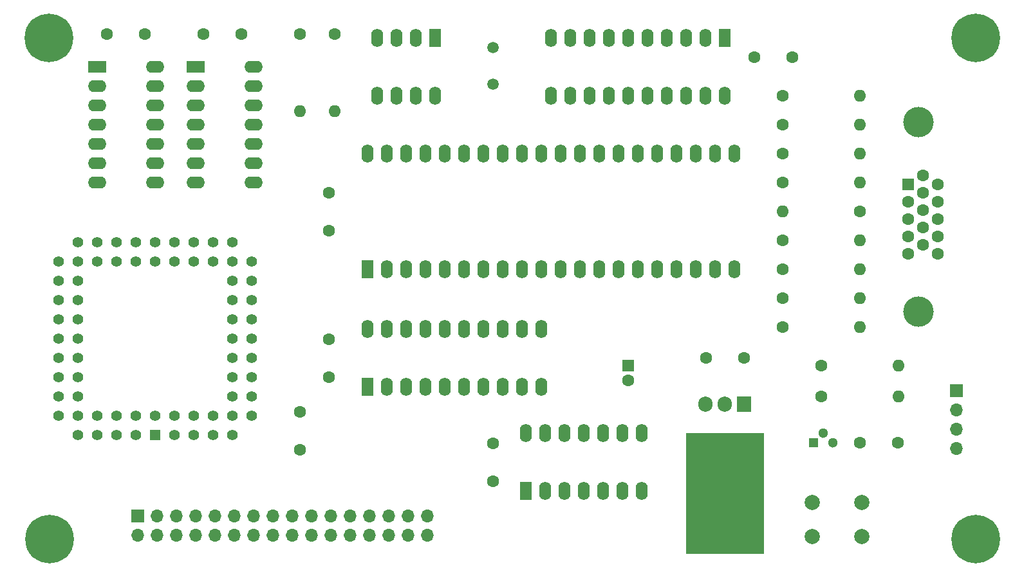
<source format=gts>
G04 #@! TF.GenerationSoftware,KiCad,Pcbnew,(6.0.1)*
G04 #@! TF.CreationDate,2022-02-26T16:04:48+01:00*
G04 #@! TF.ProjectId,6502-vga,36353032-2d76-4676-912e-6b696361645f,rev?*
G04 #@! TF.SameCoordinates,Original*
G04 #@! TF.FileFunction,Soldermask,Top*
G04 #@! TF.FilePolarity,Negative*
%FSLAX46Y46*%
G04 Gerber Fmt 4.6, Leading zero omitted, Abs format (unit mm)*
G04 Created by KiCad (PCBNEW (6.0.1)) date 2022-02-26 16:04:48*
%MOMM*%
%LPD*%
G01*
G04 APERTURE LIST*
%ADD10C,0.100000*%
%ADD11C,1.600000*%
%ADD12R,1.700000X1.700000*%
%ADD13O,1.700000X1.700000*%
%ADD14C,4.000000*%
%ADD15R,1.600000X1.600000*%
%ADD16R,1.300000X1.300000*%
%ADD17C,1.300000*%
%ADD18O,1.600000X1.600000*%
%ADD19R,1.422400X1.422400*%
%ADD20C,1.422400*%
%ADD21R,1.600000X2.400000*%
%ADD22O,1.600000X2.400000*%
%ADD23R,2.400000X1.600000*%
%ADD24O,2.400000X1.600000*%
%ADD25C,1.500000*%
%ADD26C,0.800000*%
%ADD27C,6.400000*%
%ADD28C,2.000000*%
%ADD29O,3.500000X3.500000*%
%ADD30R,1.905000X2.000000*%
%ADD31O,1.905000X2.000000*%
G04 APERTURE END LIST*
D10*
X199644000Y-150241000D02*
X189484000Y-150241000D01*
X189484000Y-150241000D02*
X189484000Y-134366000D01*
X189484000Y-134366000D02*
X199644000Y-134366000D01*
X199644000Y-134366000D02*
X199644000Y-150241000D01*
G36*
X199644000Y-150241000D02*
G01*
X189484000Y-150241000D01*
X189484000Y-134366000D01*
X199644000Y-134366000D01*
X199644000Y-150241000D01*
G37*
X199644000Y-150241000D02*
X189484000Y-150241000D01*
X189484000Y-134366000D01*
X199644000Y-134366000D01*
X199644000Y-150241000D01*
D11*
X138684000Y-131572000D03*
X138684000Y-136572000D03*
X142494000Y-127000000D03*
X142494000Y-122000000D03*
X142494000Y-107696000D03*
X142494000Y-102696000D03*
X203454000Y-84836000D03*
X198454000Y-84836000D03*
X125984000Y-81788000D03*
X130984000Y-81788000D03*
X164084000Y-140716000D03*
X164084000Y-135716000D03*
D12*
X117348000Y-145288000D03*
D13*
X117348000Y-147828000D03*
X119888000Y-145288000D03*
X119888000Y-147828000D03*
X122428000Y-145288000D03*
X122428000Y-147828000D03*
X124968000Y-145288000D03*
X124968000Y-147828000D03*
X127508000Y-145288000D03*
X127508000Y-147828000D03*
X130048000Y-145288000D03*
X130048000Y-147828000D03*
X132588000Y-145288000D03*
X132588000Y-147828000D03*
X135128000Y-145288000D03*
X135128000Y-147828000D03*
X137668000Y-145288000D03*
X137668000Y-147828000D03*
X140208000Y-145288000D03*
X140208000Y-147828000D03*
X142748000Y-145288000D03*
X142748000Y-147828000D03*
X145288000Y-145288000D03*
X145288000Y-147828000D03*
X147828000Y-145288000D03*
X147828000Y-147828000D03*
X150368000Y-145288000D03*
X150368000Y-147828000D03*
X152908000Y-145288000D03*
X152908000Y-147828000D03*
X155448000Y-145288000D03*
X155448000Y-147828000D03*
D12*
X225044000Y-128778000D03*
D13*
X225044000Y-131318000D03*
X225044000Y-133858000D03*
X225044000Y-136398000D03*
D14*
X220114000Y-93415000D03*
X220114000Y-118415000D03*
D15*
X218694000Y-101600000D03*
D11*
X218694000Y-103890000D03*
X218694000Y-106180000D03*
X218694000Y-108470000D03*
X218694000Y-110760000D03*
X220674000Y-100455000D03*
X220674000Y-102745000D03*
X220674000Y-105035000D03*
X220674000Y-107325000D03*
X220674000Y-109615000D03*
X222654000Y-101600000D03*
X222654000Y-103890000D03*
X222654000Y-106180000D03*
X222654000Y-108470000D03*
X222654000Y-110760000D03*
D16*
X206248000Y-135636000D03*
D17*
X207518000Y-134366000D03*
X208788000Y-135636000D03*
D11*
X207264000Y-129540000D03*
D18*
X217424000Y-129540000D03*
D11*
X207264000Y-125476000D03*
D18*
X217424000Y-125476000D03*
D11*
X202184000Y-89916000D03*
D18*
X212344000Y-89916000D03*
D11*
X202184000Y-97536000D03*
D18*
X212344000Y-97536000D03*
D11*
X202184000Y-101346000D03*
D18*
X212344000Y-101346000D03*
D11*
X202184000Y-112776000D03*
D18*
X212344000Y-112776000D03*
D11*
X202184000Y-116586000D03*
D18*
X212344000Y-116586000D03*
D11*
X202184000Y-120396000D03*
D18*
X212344000Y-120396000D03*
D11*
X143256000Y-81788000D03*
D18*
X143256000Y-91948000D03*
D19*
X119634000Y-134620000D03*
D20*
X119634000Y-132080000D03*
X122174000Y-134620000D03*
X122174000Y-132080000D03*
X124714000Y-134620000D03*
X124714000Y-132080000D03*
X127254000Y-134620000D03*
X127254000Y-132080000D03*
X129794000Y-134620000D03*
X132334000Y-132080000D03*
X129794000Y-132080000D03*
X132334000Y-129540000D03*
X129794000Y-129540000D03*
X132334000Y-127000000D03*
X129794000Y-127000000D03*
X132334000Y-124460000D03*
X129794000Y-124460000D03*
X132334000Y-121920000D03*
X129794000Y-121920000D03*
X132334000Y-119380000D03*
X129794000Y-119380000D03*
X132334000Y-116840000D03*
X129794000Y-116840000D03*
X132334000Y-114300000D03*
X129794000Y-114300000D03*
X132334000Y-111760000D03*
X129794000Y-109220000D03*
X129794000Y-111760000D03*
X127254000Y-109220000D03*
X127254000Y-111760000D03*
X124714000Y-109220000D03*
X124714000Y-111760000D03*
X122174000Y-109220000D03*
X122174000Y-111760000D03*
X119634000Y-109220000D03*
X119634000Y-111760000D03*
X117094000Y-109220000D03*
X117094000Y-111760000D03*
X114554000Y-109220000D03*
X114554000Y-111760000D03*
X112014000Y-109220000D03*
X112014000Y-111760000D03*
X109474000Y-109220000D03*
X106934000Y-111760000D03*
X109474000Y-111760000D03*
X106934000Y-114300000D03*
X109474000Y-114300000D03*
X106934000Y-116840000D03*
X109474000Y-116840000D03*
X106934000Y-119380000D03*
X109474000Y-119380000D03*
X106934000Y-121920000D03*
X109474000Y-121920000D03*
X106934000Y-124460000D03*
X109474000Y-124460000D03*
X106934000Y-127000000D03*
X109474000Y-127000000D03*
X106934000Y-129540000D03*
X109474000Y-129540000D03*
X106934000Y-132080000D03*
X109474000Y-134620000D03*
X109474000Y-132080000D03*
X112014000Y-134620000D03*
X112014000Y-132080000D03*
X114554000Y-134620000D03*
X114554000Y-132080000D03*
X117094000Y-134620000D03*
X117094000Y-132080000D03*
D21*
X168402000Y-141986000D03*
D22*
X170942000Y-141986000D03*
X173482000Y-141986000D03*
X176022000Y-141986000D03*
X178562000Y-141986000D03*
X181102000Y-141986000D03*
X183642000Y-141986000D03*
X183642000Y-134366000D03*
X181102000Y-134366000D03*
X178562000Y-134366000D03*
X176022000Y-134366000D03*
X173482000Y-134366000D03*
X170942000Y-134366000D03*
X168402000Y-134366000D03*
D21*
X147574000Y-128270000D03*
D22*
X150114000Y-128270000D03*
X152654000Y-128270000D03*
X155194000Y-128270000D03*
X157734000Y-128270000D03*
X160274000Y-128270000D03*
X162814000Y-128270000D03*
X165354000Y-128270000D03*
X167894000Y-128270000D03*
X170434000Y-128270000D03*
X170434000Y-120650000D03*
X167894000Y-120650000D03*
X165354000Y-120650000D03*
X162814000Y-120650000D03*
X160274000Y-120650000D03*
X157734000Y-120650000D03*
X155194000Y-120650000D03*
X152654000Y-120650000D03*
X150114000Y-120650000D03*
X147574000Y-120650000D03*
D23*
X112014000Y-86106000D03*
D24*
X112014000Y-88646000D03*
X112014000Y-91186000D03*
X112014000Y-93726000D03*
X112014000Y-96266000D03*
X112014000Y-98806000D03*
X112014000Y-101346000D03*
X119634000Y-101346000D03*
X119634000Y-98806000D03*
X119634000Y-96266000D03*
X119634000Y-93726000D03*
X119634000Y-91186000D03*
X119634000Y-88646000D03*
X119634000Y-86106000D03*
D23*
X124968000Y-86106000D03*
D24*
X124968000Y-88646000D03*
X124968000Y-91186000D03*
X124968000Y-93726000D03*
X124968000Y-96266000D03*
X124968000Y-98806000D03*
X124968000Y-101346000D03*
X132588000Y-101346000D03*
X132588000Y-98806000D03*
X132588000Y-96266000D03*
X132588000Y-93726000D03*
X132588000Y-91186000D03*
X132588000Y-88646000D03*
X132588000Y-86106000D03*
D21*
X147574000Y-112776000D03*
D22*
X150114000Y-112776000D03*
X152654000Y-112776000D03*
X155194000Y-112776000D03*
X157734000Y-112776000D03*
X160274000Y-112776000D03*
X162814000Y-112776000D03*
X165354000Y-112776000D03*
X167894000Y-112776000D03*
X170434000Y-112776000D03*
X172974000Y-112776000D03*
X175514000Y-112776000D03*
X178054000Y-112776000D03*
X180594000Y-112776000D03*
X183134000Y-112776000D03*
X185674000Y-112776000D03*
X188214000Y-112776000D03*
X190754000Y-112776000D03*
X193294000Y-112776000D03*
X195834000Y-112776000D03*
X195834000Y-97536000D03*
X193294000Y-97536000D03*
X190754000Y-97536000D03*
X188214000Y-97536000D03*
X185674000Y-97536000D03*
X183134000Y-97536000D03*
X180594000Y-97536000D03*
X178054000Y-97536000D03*
X175514000Y-97536000D03*
X172974000Y-97536000D03*
X170434000Y-97536000D03*
X167894000Y-97536000D03*
X165354000Y-97536000D03*
X162814000Y-97536000D03*
X160274000Y-97536000D03*
X157734000Y-97536000D03*
X155194000Y-97536000D03*
X152654000Y-97536000D03*
X150114000Y-97536000D03*
X147574000Y-97536000D03*
D21*
X194564000Y-82296000D03*
D22*
X192024000Y-82296000D03*
X189484000Y-82296000D03*
X186944000Y-82296000D03*
X184404000Y-82296000D03*
X181864000Y-82296000D03*
X179324000Y-82296000D03*
X176784000Y-82296000D03*
X174244000Y-82296000D03*
X171704000Y-82296000D03*
X171704000Y-89916000D03*
X174244000Y-89916000D03*
X176784000Y-89916000D03*
X179324000Y-89916000D03*
X181864000Y-89916000D03*
X184404000Y-89916000D03*
X186944000Y-89916000D03*
X189484000Y-89916000D03*
X192024000Y-89916000D03*
X194564000Y-89916000D03*
D21*
X156464000Y-82296000D03*
D22*
X153924000Y-82296000D03*
X151384000Y-82296000D03*
X148844000Y-82296000D03*
X148844000Y-89916000D03*
X151384000Y-89916000D03*
X153924000Y-89916000D03*
X156464000Y-89916000D03*
D11*
X202184000Y-108966000D03*
D18*
X212344000Y-108966000D03*
D11*
X202184000Y-93726000D03*
D18*
X212344000Y-93726000D03*
D11*
X212344000Y-135636000D03*
X217344000Y-135636000D03*
X113284000Y-81788000D03*
X118284000Y-81788000D03*
X197104000Y-124460000D03*
X192104000Y-124460000D03*
X138684000Y-81788000D03*
D18*
X138684000Y-91948000D03*
D25*
X164084000Y-83566000D03*
X164084000Y-88446000D03*
D26*
X107361056Y-80598944D03*
X108064000Y-82296000D03*
X103264000Y-82296000D03*
X105664000Y-84696000D03*
X103966944Y-83993056D03*
X107361056Y-83993056D03*
X103966944Y-80598944D03*
D27*
X105664000Y-82296000D03*
D26*
X105664000Y-79896000D03*
X225886944Y-80598944D03*
X227584000Y-79896000D03*
X229281056Y-80598944D03*
X227584000Y-84696000D03*
X225184000Y-82296000D03*
D27*
X227584000Y-82296000D03*
D26*
X225886944Y-83993056D03*
X229984000Y-82296000D03*
X229281056Y-83993056D03*
X229984000Y-148336000D03*
X229281056Y-146638944D03*
X225886944Y-150033056D03*
X227584000Y-150736000D03*
X225886944Y-146638944D03*
D27*
X227584000Y-148336000D03*
D26*
X229281056Y-150033056D03*
X227584000Y-145936000D03*
X225184000Y-148336000D03*
D27*
X105804000Y-148336000D03*
D26*
X105804000Y-150736000D03*
X105804000Y-145936000D03*
X104106944Y-146638944D03*
X103404000Y-148336000D03*
X104106944Y-150033056D03*
X107501056Y-146638944D03*
X108204000Y-148336000D03*
X107501056Y-150033056D03*
D11*
X212344000Y-105156000D03*
D18*
X202184000Y-105156000D03*
D28*
X206121000Y-143510000D03*
X212621000Y-143510000D03*
X206121000Y-148010000D03*
X212621000Y-148010000D03*
D15*
X181864000Y-125476000D03*
D11*
X181864000Y-127476000D03*
D29*
X194564000Y-147216000D03*
D30*
X197104000Y-130556000D03*
D31*
X194564000Y-130556000D03*
X192024000Y-130556000D03*
M02*

</source>
